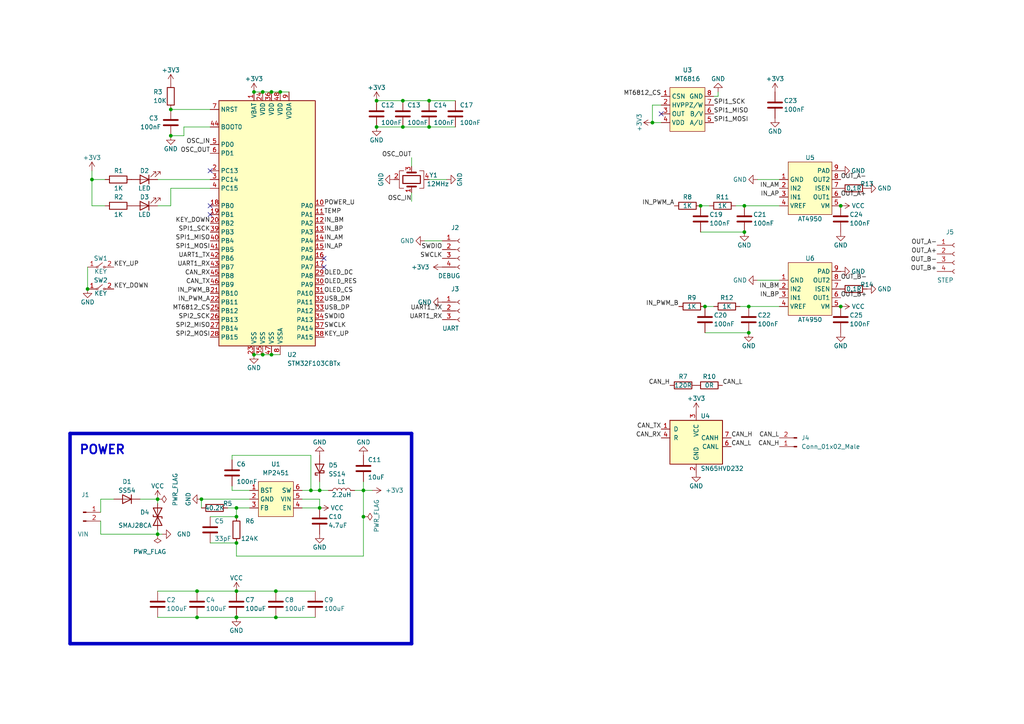
<source format=kicad_sch>
(kicad_sch (version 20211123) (generator eeschema)
  (paper "A4")
  (lib_symbols
    (symbol "Connector:Conn_01x02_Male" (pin_names (offset 1.016) hide)
      (property "Reference" "J" (at 0 2.54 0))
      (property "Value" "Conn_01x02_Male" (at 0 -5.08 0))
      (symbol "Conn_01x02_Male_1_1"
        (polyline (pts (xy 1.27 -2.54) (xy 0.8636 -2.54)) (stroke (width 0.1524)))
        (polyline (pts (xy 1.27 0) (xy 0.8636 0)) (stroke (width 0.1524)))
        (rectangle (start 0.8636 -2.413) (end 0 -2.667) (stroke (width 0.1524)) (fill (type outline)))
        (rectangle (start 0.8636 0.127) (end 0 -0.127) (stroke (width 0.1524)) (fill (type outline)))
        (pin passive line (at 5.08 0 180) (length 3.81) (name "Pin_1") (number "1"))
        (pin passive line (at 5.08 -2.54 180) (length 3.81) (name "Pin_2") (number "2"))
      )
    )
    (symbol "Connector:Conn_01x03_Female" (pin_names (offset 1.016) hide)
      (property "Reference" "J" (at 0 5.08 0))
      (property "Value" "Conn_01x03_Female" (at 0 -5.08 0))
      (symbol "Conn_01x03_Female_1_1"
        (arc (start 0 -2.032) (mid -0.508 -2.54) (end 0 -3.048) (stroke (width 0.1524)))
        (polyline (pts (xy -1.27 -2.54) (xy -0.508 -2.54)) (stroke (width 0.1524)))
        (polyline (pts (xy -1.27 0) (xy -0.508 0)) (stroke (width 0.1524)))
        (polyline (pts (xy -1.27 2.54) (xy -0.508 2.54)) (stroke (width 0.1524)))
        (arc (start 0 0.508) (mid -0.508 0) (end 0 -0.508) (stroke (width 0.1524)))
        (arc (start 0 3.048) (mid -0.508 2.54) (end 0 2.032) (stroke (width 0.1524)))
        (pin passive line (at -5.08 2.54 0) (length 3.81) (name "Pin_1") (number "1"))
        (pin passive line (at -5.08 0 0) (length 3.81) (name "Pin_2") (number "2"))
        (pin passive line (at -5.08 -2.54 0) (length 3.81) (name "Pin_3") (number "3"))
      )
    )
    (symbol "Connector:Conn_01x04_Female" (pin_names (offset 1.016) hide)
      (property "Reference" "J" (at 0 5.08 0))
      (property "Value" "Conn_01x04_Female" (at 0 -7.62 0))
      (symbol "Conn_01x04_Female_1_1"
        (arc (start 0 -4.572) (mid -0.508 -5.08) (end 0 -5.588) (stroke (width 0.1524)))
        (arc (start 0 -2.032) (mid -0.508 -2.54) (end 0 -3.048) (stroke (width 0.1524)))
        (polyline (pts (xy -1.27 -5.08) (xy -0.508 -5.08)) (stroke (width 0.1524)))
        (polyline (pts (xy -1.27 -2.54) (xy -0.508 -2.54)) (stroke (width 0.1524)))
        (polyline (pts (xy -1.27 0) (xy -0.508 0)) (stroke (width 0.1524)))
        (polyline (pts (xy -1.27 2.54) (xy -0.508 2.54)) (stroke (width 0.1524)))
        (arc (start 0 0.508) (mid -0.508 0) (end 0 -0.508) (stroke (width 0.1524)))
        (arc (start 0 3.048) (mid -0.508 2.54) (end 0 2.032) (stroke (width 0.1524)))
        (pin passive line (at -5.08 2.54 0) (length 3.81) (name "Pin_1") (number "1"))
        (pin passive line (at -5.08 0 0) (length 3.81) (name "Pin_2") (number "2"))
        (pin passive line (at -5.08 -2.54 0) (length 3.81) (name "Pin_3") (number "3"))
        (pin passive line (at -5.08 -5.08 0) (length 3.81) (name "Pin_4") (number "4"))
      )
    )
    (symbol "Del_Schlib:AT4950"
      (property "Reference" "U" (at 0 1.27 0))
      (property "Value" "AT4950" (at 8.89 1.27 0))
      (symbol "AT4950_0_1"
        (rectangle (start 0 0) (end 12.7 -15.24) (fill (type background)))
      )
      (symbol "AT4950_1_1"
        (pin power_in line (at -2.54 -5.08 0) (length 2.54) (name "GND") (number "1"))
        (pin input line (at -2.54 -7.62 0) (length 2.54) (name "IN2") (number "2"))
        (pin input line (at -2.54 -10.16 0) (length 2.54) (name "IN1") (number "3"))
        (pin input line (at -2.54 -12.7 0) (length 2.54) (name "VREF") (number "4"))
        (pin power_in line (at 15.24 -12.7 180) (length 2.54) (name "VM") (number "5"))
        (pin output line (at 15.24 -10.16 180) (length 2.54) (name "OUT1") (number "6"))
        (pin output line (at 15.24 -7.62 180) (length 2.54) (name "ISEN") (number "7"))
        (pin output line (at 15.24 -5.08 180) (length 2.54) (name "OUT2") (number "8"))
        (pin power_in line (at 15.24 -2.54 180) (length 2.54) (name "PAD") (number "9"))
      )
    )
    (symbol "Del_Schlib:KEY" (pin_names hide)
      (property "Reference" "SW" (at -1.27 1.27 0))
      (property "Value" "KEY" (at 3.81 1.27 0))
      (symbol "KEY_0_1"
        (polyline (pts (xy 0.508 0.254) (xy 1.778 1.27)))
        (circle (center 0.254 0) (radius 0.254))
        (circle (center 2.286 0) (radius 0.254))
      )
      (symbol "KEY_1_1"
        (pin passive line (at -2.54 0 0) (length 2.54) (name "A") (number "1"))
        (pin passive line (at 5.08 0 180) (length 2.54) (name "B") (number "2"))
      )
    )
    (symbol "Del_Schlib:MP2451"
      (property "Reference" "U" (at 0 1.27 0))
      (property "Value" "MP2451" (at 6.35 1.27 0))
      (symbol "MP2451_0_1"
        (rectangle (start 0 0) (end 10.16 -10.16) (fill (type background)))
      )
      (symbol "MP2451_1_1"
        (pin bidirectional line (at -2.54 -2.54 0) (length 2.54) (name "BST") (number "1"))
        (pin power_in line (at -2.54 -5.08 0) (length 2.54) (name "GND") (number "2"))
        (pin bidirectional line (at -2.54 -7.62 0) (length 2.54) (name "FB") (number "3"))
        (pin bidirectional line (at 12.7 -7.62 180) (length 2.54) (name "EN") (number "4"))
        (pin power_in line (at 12.7 -5.08 180) (length 2.54) (name "VIN") (number "5"))
        (pin bidirectional line (at 12.7 -2.54 180) (length 2.54) (name "SW") (number "6"))
      )
    )
    (symbol "Del_Schlib:MT6816"
      (property "Reference" "U" (at 0 1.27 0))
      (property "Value" "MT6816" (at 7.62 1.27 0))
      (symbol "MT6816_0_1"
        (rectangle (start 0 0) (end 10.16 -12.7) (fill (type background)))
      )
      (symbol "MT6816_1_1"
        (pin input line (at -2.54 -2.54 0) (length 2.54) (name "CSN") (number "1"))
        (pin power_in line (at -2.54 -5.08 0) (length 2.54) (name "HVPP") (number "2"))
        (pin output line (at -2.54 -7.62 0) (length 2.54) (name "OUT") (number "3"))
        (pin power_in line (at -2.54 -10.16 0) (length 2.54) (name "VDD") (number "4"))
        (pin bidirectional line (at 12.7 -10.16 180) (length 2.54) (name "A/U") (number "5"))
        (pin bidirectional line (at 12.7 -7.62 180) (length 2.54) (name "B/V") (number "6"))
        (pin bidirectional line (at 12.7 -5.08 180) (length 2.54) (name "Z/W") (number "7"))
        (pin power_in line (at 12.7 -2.54 180) (length 2.54) (name "GND") (number "8"))
      )
    )
    (symbol "Device:C" (pin_numbers hide) (pin_names (offset 0.254))
      (property "Reference" "C" (at 0.635 2.54 0))
      (property "Value" "C" (at 0.635 -2.54 0))
      (symbol "C_0_1"
        (polyline (pts (xy -2.032 -0.762) (xy 2.032 -0.762)) (stroke (width 0.508)))
        (polyline (pts (xy -2.032 0.762) (xy 2.032 0.762)) (stroke (width 0.508)))
      )
      (symbol "C_1_1"
        (pin passive line (at 0 3.81 270) (length 2.794) (name "~") (number "1"))
        (pin passive line (at 0 -3.81 90) (length 2.794) (name "~") (number "2"))
      )
    )
    (symbol "Device:Crystal_GND24" (pin_names (offset 1.016) hide)
      (property "Reference" "Y" (at 3.175 5.08 0))
      (property "Value" "Crystal_GND24" (at 3.175 3.175 0))
      (symbol "Crystal_GND24_0_1"
        (rectangle (start -1.143 2.54) (end 1.143 -2.54) (stroke (width 0.3048)))
        (polyline (pts (xy -2.54 0) (xy -2.032 0)))
        (polyline (pts (xy -2.032 -1.27) (xy -2.032 1.27)) (stroke (width 0.508)))
        (polyline (pts (xy 0 -3.81) (xy 0 -3.556)))
        (polyline (pts (xy 0 3.556) (xy 0 3.81)))
        (polyline (pts (xy 2.032 -1.27) (xy 2.032 1.27)) (stroke (width 0.508)))
        (polyline (pts (xy 2.032 0) (xy 2.54 0)))
        (polyline (pts (xy -2.54 -2.286) (xy -2.54 -3.556) (xy 2.54 -3.556) (xy 2.54 -2.286)))
        (polyline (pts (xy -2.54 2.286) (xy -2.54 3.556) (xy 2.54 3.556) (xy 2.54 2.286)))
      )
      (symbol "Crystal_GND24_1_1"
        (pin passive line (at -3.81 0 0) (length 1.27) (name "1") (number "1"))
        (pin passive line (at 0 5.08 270) (length 1.27) (name "2") (number "2"))
        (pin passive line (at 3.81 0 180) (length 1.27) (name "3") (number "3"))
        (pin passive line (at 0 -5.08 90) (length 1.27) (name "4") (number "4"))
      )
    )
    (symbol "Device:D" (pin_numbers hide) (pin_names (offset 1.016) hide)
      (property "Reference" "D" (at 0 2.54 0))
      (property "Value" "D" (at 0 -2.54 0))
      (symbol "D_0_1"
        (polyline (pts (xy -1.27 1.27) (xy -1.27 -1.27)) (stroke (width 0.254)))
        (polyline (pts (xy 1.27 0) (xy -1.27 0)))
        (polyline (pts (xy 1.27 1.27) (xy 1.27 -1.27) (xy -1.27 0) (xy 1.27 1.27)) (stroke (width 0.254)))
      )
      (symbol "D_1_1"
        (pin passive line (at -3.81 0 0) (length 2.54) (name "K") (number "1"))
        (pin passive line (at 3.81 0 180) (length 2.54) (name "A") (number "2"))
      )
    )
    (symbol "Device:D_Schottky" (pin_numbers hide) (pin_names (offset 1.016) hide)
      (property "Reference" "D" (at 0 2.54 0))
      (property "Value" "D_Schottky" (at 0 -2.54 0))
      (symbol "D_Schottky_0_1"
        (polyline (pts (xy 1.27 0) (xy -1.27 0)))
        (polyline (pts (xy 1.27 1.27) (xy 1.27 -1.27) (xy -1.27 0) (xy 1.27 1.27)) (stroke (width 0.254)))
        (polyline (pts (xy -1.905 0.635) (xy -1.905 1.27) (xy -1.27 1.27) (xy -1.27 -1.27) (xy -0.635 -1.27) (xy -0.635 -0.635)) (stroke (width 0.254)))
      )
      (symbol "D_Schottky_1_1"
        (pin passive line (at -3.81 0 0) (length 2.54) (name "K") (number "1"))
        (pin passive line (at 3.81 0 180) (length 2.54) (name "A") (number "2"))
      )
    )
    (symbol "Device:D_TVS" (pin_numbers hide) (pin_names (offset 1.016) hide)
      (property "Reference" "D" (at 0 2.54 0))
      (property "Value" "D_TVS" (at 0 -2.54 0))
      (symbol "D_TVS_0_1"
        (polyline (pts (xy 1.27 0) (xy -1.27 0)))
        (polyline (pts (xy 0.508 1.27) (xy 0 1.27) (xy 0 -1.27) (xy -0.508 -1.27)) (stroke (width 0.254)))
        (polyline (pts (xy -2.54 1.27) (xy -2.54 -1.27) (xy 2.54 1.27) (xy 2.54 -1.27) (xy -2.54 1.27)) (stroke (width 0.254)))
      )
      (symbol "D_TVS_1_1"
        (pin passive line (at -3.81 0 0) (length 2.54) (name "A1") (number "1"))
        (pin passive line (at 3.81 0 180) (length 2.54) (name "A2") (number "2"))
      )
    )
    (symbol "Device:L" (pin_numbers hide) (pin_names (offset 1.016) hide)
      (property "Reference" "L" (at -1.27 0 90))
      (property "Value" "L" (at 1.905 0 90))
      (symbol "L_0_1"
        (arc (start 0 -2.54) (mid 0.635 -1.905) (end 0 -1.27))
        (arc (start 0 -1.27) (mid 0.635 -0.635) (end 0 0))
        (arc (start 0 0) (mid 0.635 0.635) (end 0 1.27))
        (arc (start 0 1.27) (mid 0.635 1.905) (end 0 2.54))
      )
      (symbol "L_1_1"
        (pin passive line (at 0 3.81 270) (length 1.27) (name "1") (number "1"))
        (pin passive line (at 0 -3.81 90) (length 1.27) (name "2") (number "2"))
      )
    )
    (symbol "Device:LED" (pin_numbers hide) (pin_names (offset 1.016) hide)
      (property "Reference" "D" (at 0 2.54 0))
      (property "Value" "LED" (at 0 -2.54 0))
      (symbol "LED_0_1"
        (polyline (pts (xy -1.27 -1.27) (xy -1.27 1.27)) (stroke (width 0.254)))
        (polyline (pts (xy -1.27 0) (xy 1.27 0)))
        (polyline (pts (xy 1.27 -1.27) (xy 1.27 1.27) (xy -1.27 0) (xy 1.27 -1.27)) (stroke (width 0.254)))
        (polyline (pts (xy -3.048 -0.762) (xy -4.572 -2.286) (xy -3.81 -2.286) (xy -4.572 -2.286) (xy -4.572 -1.524)))
        (polyline (pts (xy -1.778 -0.762) (xy -3.302 -2.286) (xy -2.54 -2.286) (xy -3.302 -2.286) (xy -3.302 -1.524)))
      )
      (symbol "LED_1_1"
        (pin passive line (at -3.81 0 0) (length 2.54) (name "K") (number "1"))
        (pin passive line (at 3.81 0 180) (length 2.54) (name "A") (number "2"))
      )
    )
    (symbol "Device:R" (pin_numbers hide) (pin_names (offset 0))
      (property "Reference" "R" (at 2.032 0 90))
      (property "Value" "R" (at 0 0 90))
      (symbol "R_0_1"
        (rectangle (start -1.016 -2.54) (end 1.016 2.54) (stroke (width 0.254)))
      )
      (symbol "R_1_1"
        (pin passive line (at 0 3.81 270) (length 1.27) (name "~") (number "1"))
        (pin passive line (at 0 -3.81 90) (length 1.27) (name "~") (number "2"))
      )
    )
    (symbol "Interface_CAN_LIN:SN65HVD232" (pin_names (offset 1.016))
      (property "Reference" "U" (at -2.54 10.16 0))
      (property "Value" "SN65HVD232" (at -2.54 7.62 0))
      (symbol "SN65HVD232_0_1"
        (rectangle (start -7.62 5.08) (end 7.62 -7.62) (stroke (width 0.254)) (fill (type background)))
      )
      (symbol "SN65HVD232_1_1"
        (pin input line (at -10.16 2.54 0) (length 2.54) (name "D") (number "1"))
        (pin power_in line (at 0 -10.16 90) (length 2.54) (name "GND") (number "2"))
        (pin power_in line (at 0 7.62 270) (length 2.54) (name "VCC") (number "3"))
        (pin output line (at -10.16 0 0) (length 2.54) (name "R") (number "4"))
        (pin no_connect line (at -10.16 -2.54 0) (length 2.54) hide (name "NC") (number "5"))
        (pin bidirectional line (at 10.16 -2.54 180) (length 2.54) (name "CANL") (number "6"))
        (pin bidirectional line (at 10.16 0 180) (length 2.54) (name "CANH") (number "7"))
        (pin no_connect line (at -10.16 -5.08 0) (length 2.54) hide (name "NC") (number "8"))
      )
    )
    (symbol "MCU_ST_STM32F1:STM32F103CBTx"
      (property "Reference" "U" (at -15.24 36.83 0))
      (property "Value" "STM32F103CBTx" (at 7.62 36.83 0))
      (symbol "STM32F103CBTx_0_1"
        (rectangle (start -15.24 -35.56) (end 12.7 35.56) (stroke (width 0.254)) (fill (type background)))
      )
      (symbol "STM32F103CBTx_1_1"
        (pin power_in line (at -5.08 38.1 270) (length 2.54) (name "VBAT") (number "1"))
        (pin bidirectional line (at 15.24 5.08 180) (length 2.54) (name "PA0") (number "10"))
        (pin bidirectional line (at 15.24 2.54 180) (length 2.54) (name "PA1") (number "11"))
        (pin bidirectional line (at 15.24 0 180) (length 2.54) (name "PA2") (number "12"))
        (pin bidirectional line (at 15.24 -2.54 180) (length 2.54) (name "PA3") (number "13"))
        (pin bidirectional line (at 15.24 -5.08 180) (length 2.54) (name "PA4") (number "14"))
        (pin bidirectional line (at 15.24 -7.62 180) (length 2.54) (name "PA5") (number "15"))
        (pin bidirectional line (at 15.24 -10.16 180) (length 2.54) (name "PA6") (number "16"))
        (pin bidirectional line (at 15.24 -12.7 180) (length 2.54) (name "PA7") (number "17"))
        (pin bidirectional line (at -17.78 5.08 0) (length 2.54) (name "PB0") (number "18"))
        (pin bidirectional line (at -17.78 2.54 0) (length 2.54) (name "PB1") (number "19"))
        (pin bidirectional line (at -17.78 15.24 0) (length 2.54) (name "PC13") (number "2"))
        (pin bidirectional line (at -17.78 0 0) (length 2.54) (name "PB2") (number "20"))
        (pin bidirectional line (at -17.78 -20.32 0) (length 2.54) (name "PB10") (number "21"))
        (pin bidirectional line (at -17.78 -22.86 0) (length 2.54) (name "PB11") (number "22"))
        (pin power_in line (at -5.08 -38.1 90) (length 2.54) (name "VSS") (number "23"))
        (pin power_in line (at -2.54 38.1 270) (length 2.54) (name "VDD") (number "24"))
        (pin bidirectional line (at -17.78 -25.4 0) (length 2.54) (name "PB12") (number "25"))
        (pin bidirectional line (at -17.78 -27.94 0) (length 2.54) (name "PB13") (number "26"))
        (pin bidirectional line (at -17.78 -30.48 0) (length 2.54) (name "PB14") (number "27"))
        (pin bidirectional line (at -17.78 -33.02 0) (length 2.54) (name "PB15") (number "28"))
        (pin bidirectional line (at 15.24 -15.24 180) (length 2.54) (name "PA8") (number "29"))
        (pin bidirectional line (at -17.78 12.7 0) (length 2.54) (name "PC14") (number "3"))
        (pin bidirectional line (at 15.24 -17.78 180) (length 2.54) (name "PA9") (number "30"))
        (pin bidirectional line (at 15.24 -20.32 180) (length 2.54) (name "PA10") (number "31"))
        (pin bidirectional line (at 15.24 -22.86 180) (length 2.54) (name "PA11") (number "32"))
        (pin bidirectional line (at 15.24 -25.4 180) (length 2.54) (name "PA12") (number "33"))
        (pin bidirectional line (at 15.24 -27.94 180) (length 2.54) (name "PA13") (number "34"))
        (pin power_in line (at -2.54 -38.1 90) (length 2.54) (name "VSS") (number "35"))
        (pin power_in line (at 0 38.1 270) (length 2.54) (name "VDD") (number "36"))
        (pin bidirectional line (at 15.24 -30.48 180) (length 2.54) (name "PA14") (number "37"))
        (pin bidirectional line (at 15.24 -33.02 180) (length 2.54) (name "PA15") (number "38"))
        (pin bidirectional line (at -17.78 -2.54 0) (length 2.54) (name "PB3") (number "39"))
        (pin bidirectional line (at -17.78 10.16 0) (length 2.54) (name "PC15") (number "4"))
        (pin bidirectional line (at -17.78 -5.08 0) (length 2.54) (name "PB4") (number "40"))
        (pin bidirectional line (at -17.78 -7.62 0) (length 2.54) (name "PB5") (number "41"))
        (pin bidirectional line (at -17.78 -10.16 0) (length 2.54) (name "PB6") (number "42"))
        (pin bidirectional line (at -17.78 -12.7 0) (length 2.54) (name "PB7") (number "43"))
        (pin input line (at -17.78 27.94 0) (length 2.54) (name "BOOT0") (number "44"))
        (pin bidirectional line (at -17.78 -15.24 0) (length 2.54) (name "PB8") (number "45"))
        (pin bidirectional line (at -17.78 -17.78 0) (length 2.54) (name "PB9") (number "46"))
        (pin power_in line (at 0 -38.1 90) (length 2.54) (name "VSS") (number "47"))
        (pin power_in line (at 2.54 38.1 270) (length 2.54) (name "VDD") (number "48"))
        (pin input line (at -17.78 22.86 0) (length 2.54) (name "PD0") (number "5"))
        (pin input line (at -17.78 20.32 0) (length 2.54) (name "PD1") (number "6"))
        (pin input line (at -17.78 33.02 0) (length 2.54) (name "NRST") (number "7"))
        (pin power_in line (at 2.54 -38.1 90) (length 2.54) (name "VSSA") (number "8"))
        (pin power_in line (at 5.08 38.1 270) (length 2.54) (name "VDDA") (number "9"))
      )
    )
    (symbol "power:+3.3V" (power) (pin_names (offset 0))
      (property "Value" "+3.3V" (at 0 3.556 0))
      (symbol "+3.3V_0_1"
        (polyline (pts (xy -0.762 1.27) (xy 0 2.54)))
        (polyline (pts (xy 0 0) (xy 0 2.54)))
        (polyline (pts (xy 0 2.54) (xy 0.762 1.27)))
      )
      (symbol "+3.3V_1_1"
        (pin power_in line (at 0 0 90) (length 0) hide (name "+3V3") (number "1"))
      )
    )
    (symbol "power:GND" (power) (pin_names (offset 0))
      (property "Value" "GND" (at 0 -3.81 0))
      (symbol "GND_0_1"
        (polyline (pts (xy 0 0) (xy 0 -1.27) (xy 1.27 -1.27) (xy 0 -2.54) (xy -1.27 -1.27) (xy 0 -1.27)))
      )
      (symbol "GND_1_1"
        (pin power_in line (at 0 0 270) (length 0) hide (name "GND") (number "1"))
      )
    )
    (symbol "power:PWR_FLAG" (power) (pin_numbers hide) (pin_names (offset 0) hide)
      (property "Value" "PWR_FLAG" (at 0 3.81 0))
      (symbol "PWR_FLAG_0_0"
        (pin power_out line (at 0 0 90) (length 0) (name "pwr") (number "1"))
      )
      (symbol "PWR_FLAG_0_1"
        (polyline (pts (xy 0 0) (xy 0 1.27) (xy -1.016 1.905) (xy 0 2.54) (xy 1.016 1.905) (xy 0 1.27)))
      )
    )
    (symbol "power:VCC" (power) (pin_names (offset 0))
      (property "Value" "VCC" (at 0 3.81 0))
      (symbol "VCC_0_1"
        (polyline (pts (xy -0.762 1.27) (xy 0 2.54)))
        (polyline (pts (xy 0 0) (xy 0 2.54)))
        (polyline (pts (xy 0 2.54) (xy 0.762 1.27)))
      )
      (symbol "VCC_1_1"
        (pin power_in line (at 0 0 90) (length 0) hide (name "VCC") (number "1"))
      )
    )
  )
  (junction (at 45.72 154.94))
  (junction (at 124.46 29.21))
  (junction (at 26.67 52.07))
  (junction (at 76.2 102.87))
  (junction (at 243.84 88.9))
  (junction (at 57.15 179.07))
  (junction (at 25.4 83.82))
  (junction (at 203.2 59.69))
  (junction (at 73.66 26.67))
  (junction (at 73.66 102.87))
  (junction (at 105.41 149.86))
  (junction (at 68.58 179.07))
  (junction (at 215.9 59.69))
  (junction (at 105.41 142.24))
  (junction (at 78.74 26.67))
  (junction (at 58.42 144.78))
  (junction (at 81.28 26.67))
  (junction (at 189.23 35.56))
  (junction (at 92.71 142.24))
  (junction (at 92.71 147.32))
  (junction (at 204.47 88.9))
  (junction (at 45.72 144.78))
  (junction (at 68.5631 179.07))
  (junction (at 68.58 149.86))
  (junction (at 217.17 96.52))
  (junction (at 80.01 179.07))
  (junction (at 49.53 39.37))
  (junction (at 90.17 142.24))
  (junction (at 217.17 88.9))
  (junction (at 80.01 171.45))
  (junction (at 68.58 171.45))
  (junction (at 76.2 26.67))
  (junction (at 78.74 102.87))
  (junction (at 49.53 31.75))
  (junction (at 124.46 36.83))
  (junction (at 57.15 171.45))
  (junction (at 243.84 59.69))
  (junction (at 116.84 29.21))
  (junction (at 109.22 29.21))
  (junction (at 68.58 147.32))
  (junction (at 116.84 36.83))
  (junction (at 109.22 36.83))
  (junction (at 68.58 157.48))
  (junction (at 215.9 67.31))
  (no_connect (at 60.96 62.23))
  (no_connect (at 60.96 59.69))
  (no_connect (at 93.98 77.47))
  (no_connect (at 60.96 49.53))
  (no_connect (at 93.98 74.93))
  (no_connect (at 191.77 33.02))
  (wire (pts (xy 68.58 157.48) (xy 68.58 161.29)))
  (wire (pts (xy 49.53 39.37) (xy 53.34 39.37)))
  (wire (pts (xy 92.71 144.78) (xy 92.71 147.32)))
  (wire (pts (xy 73.66 26.67) (xy 76.2 26.67)))
  (wire (pts (xy 49.53 31.75) (xy 60.96 31.75)))
  (wire (pts (xy 208.28 27.94) (xy 208.28 26.67)))
  (wire (pts (xy 215.9 59.69) (xy 226.06 59.69)))
  (wire (pts (xy 46.99 154.94) (xy 45.72 154.94)))
  (polyline (pts (xy 20.32 125.73) (xy 119.38 125.73)) (stroke (width 1.016) (type solid)))
  (wire (pts (xy 87.63 147.32) (xy 92.71 147.32)))
  (wire (pts (xy 189.23 30.48) (xy 189.23 35.56)))
  (wire (pts (xy 81.28 26.67) (xy 83.82 26.67)))
  (wire (pts (xy 116.84 29.21) (xy 124.46 29.21)))
  (wire (pts (xy 68.58 179.07) (xy 80.01 179.07)))
  (wire (pts (xy 60.96 149.86) (xy 68.58 149.86)))
  (wire (pts (xy 66.04 147.32) (xy 68.58 147.32)))
  (wire (pts (xy 67.31 133.35) (xy 67.31 132.08)))
  (wire (pts (xy 105.41 139.7) (xy 105.41 142.24)))
  (wire (pts (xy 123.19 69.85) (xy 128.27 69.85)))
  (wire (pts (xy 57.15 171.45) (xy 68.58 171.45)))
  (wire (pts (xy 26.67 52.07) (xy 26.67 59.69)))
  (wire (pts (xy 58.42 144.78) (xy 72.39 144.78)))
  (wire (pts (xy 204.47 88.9) (xy 207.01 88.9)))
  (wire (pts (xy 214.63 88.9) (xy 217.17 88.9)))
  (wire (pts (xy 90.17 132.08) (xy 90.17 142.24)))
  (wire (pts (xy 92.71 139.7) (xy 92.71 142.24)))
  (wire (pts (xy 30.48 59.69) (xy 26.67 59.69)))
  (wire (pts (xy 109.22 36.83) (xy 116.84 36.83)))
  (wire (pts (xy 207.01 27.94) (xy 208.28 27.94)))
  (wire (pts (xy 87.63 142.24) (xy 90.17 142.24)))
  (wire (pts (xy 78.74 102.87) (xy 81.28 102.87)))
  (wire (pts (xy 119.38 45.72) (xy 119.38 48.26)))
  (wire (pts (xy 219.71 52.07) (xy 226.06 52.07)))
  (wire (pts (xy 68.58 161.29) (xy 105.41 161.29)))
  (wire (pts (xy 119.38 55.88) (xy 119.38 58.42)))
  (wire (pts (xy 58.42 144.78) (xy 58.42 147.32)))
  (wire (pts (xy 25.4 77.47) (xy 25.4 83.82)))
  (wire (pts (xy 124.46 29.21) (xy 132.08 29.21)))
  (wire (pts (xy 78.74 26.67) (xy 81.28 26.67)))
  (wire (pts (xy 76.2 26.67) (xy 78.74 26.67)))
  (wire (pts (xy 29.21 148.59) (xy 29.21 144.78)))
  (wire (pts (xy 109.22 29.21) (xy 116.84 29.21)))
  (wire (pts (xy 26.67 52.07) (xy 26.67 49.53)))
  (wire (pts (xy 90.17 142.24) (xy 92.71 142.24)))
  (wire (pts (xy 189.23 35.56) (xy 191.77 35.56)))
  (polyline (pts (xy 20.32 125.73) (xy 20.32 186.69)) (stroke (width 1.016) (type solid)))
  (wire (pts (xy 191.77 30.48) (xy 189.23 30.48)))
  (wire (pts (xy 217.17 88.9) (xy 226.06 88.9)))
  (polyline (pts (xy 119.38 186.69) (xy 119.38 125.73)) (stroke (width 1.016) (type solid)))
  (wire (pts (xy 213.36 59.69) (xy 215.9 59.69)))
  (wire (pts (xy 124.46 36.83) (xy 132.08 36.83)))
  (wire (pts (xy 53.34 39.37) (xy 53.34 36.83)))
  (wire (pts (xy 67.31 132.08) (xy 90.17 132.08)))
  (polyline (pts (xy 20.32 186.69) (xy 119.38 186.69)) (stroke (width 1.016) (type solid)))
  (wire (pts (xy 45.72 52.07) (xy 60.96 52.07)))
  (wire (pts (xy 68.58 147.32) (xy 72.39 147.32)))
  (wire (pts (xy 57.15 179.07) (xy 68.5631 179.07)))
  (wire (pts (xy 92.71 142.24) (xy 95.25 142.24)))
  (wire (pts (xy 204.47 96.52) (xy 217.17 96.52)))
  (wire (pts (xy 29.21 154.94) (xy 45.72 154.94)))
  (wire (pts (xy 105.41 142.24) (xy 107.95 142.24)))
  (wire (pts (xy 102.87 142.24) (xy 105.41 142.24)))
  (wire (pts (xy 68.5631 179.07) (xy 68.58 179.07)))
  (wire (pts (xy 72.39 142.24) (xy 67.31 142.24)))
  (wire (pts (xy 29.21 151.13) (xy 29.21 154.94)))
  (wire (pts (xy 87.63 144.78) (xy 92.71 144.78)))
  (wire (pts (xy 45.72 146.05) (xy 45.72 144.78)))
  (wire (pts (xy 60.96 54.61) (xy 49.53 54.61)))
  (wire (pts (xy 60.96 157.48) (xy 68.58 157.48)))
  (wire (pts (xy 80.01 179.07) (xy 91.44 179.07)))
  (wire (pts (xy 49.53 54.61) (xy 49.53 59.69)))
  (wire (pts (xy 76.2 102.87) (xy 78.74 102.87)))
  (wire (pts (xy 105.41 149.86) (xy 105.41 142.24)))
  (wire (pts (xy 29.21 144.78) (xy 33.02 144.78)))
  (wire (pts (xy 219.71 81.28) (xy 226.06 81.28)))
  (wire (pts (xy 80.01 171.45) (xy 91.44 171.45)))
  (wire (pts (xy 124.46 52.07) (xy 129.54 52.07)))
  (wire (pts (xy 73.66 102.87) (xy 76.2 102.87)))
  (wire (pts (xy 203.2 59.69) (xy 205.74 59.69)))
  (wire (pts (xy 203.2 67.31) (xy 215.9 67.31)))
  (wire (pts (xy 45.72 179.07) (xy 57.15 179.07)))
  (wire (pts (xy 105.41 161.29) (xy 105.41 149.86)))
  (wire (pts (xy 49.53 59.69) (xy 45.72 59.69)))
  (wire (pts (xy 68.58 147.32) (xy 68.58 149.86)))
  (wire (pts (xy 45.72 154.94) (xy 45.72 153.67)))
  (wire (pts (xy 40.64 144.78) (xy 45.72 144.78)))
  (wire (pts (xy 30.48 52.07) (xy 26.67 52.07)))
  (wire (pts (xy 45.72 171.45) (xy 57.15 171.45)))
  (wire (pts (xy 67.31 142.24) (xy 67.31 140.97)))
  (wire (pts (xy 68.58 171.45) (xy 80.01 171.45)))
  (wire (pts (xy 53.34 36.83) (xy 60.96 36.83)))
  (wire (pts (xy 116.84 36.83) (xy 124.46 36.83)))
  (text "POWER" (at 22.86 132.08 0) (effects (font (size 2.54 2.54) bold) (justify left bottom)))
  (label "CAN_TX" (at 60.96 82.55 180))
  (label "CAN_L" (at 226.06 127 180))
  (label "UART1_TX" (at 60.96 74.93 180))
  (label "SWCLK" (at 128.27 74.93 180))
  (label "CAN_H" (at 226.06 129.54 180))
  (label "POWER_U" (at 93.98 59.69 0))
  (label "SPI1_MISO" (at 207.01 33.02 0))
  (label "CAN_TX" (at 191.77 124.46 180))
  (label "SPI1_SCK" (at 207.01 30.48 0))
  (label "USB_DM" (at 93.98 87.63 0))
  (label "OUT_A-" (at 243.84 52.07 0))
  (label "OSC_OUT" (at 119.38 45.72 180))
  (label "IN_AP" (at 226.06 57.15 180))
  (label "IN_PWM_B" (at 196.85 88.9 180))
  (label "SPI2_MOSI" (at 60.96 97.79 180))
  (label "KEY_UP" (at 33.02 77.47 0))
  (label "OUT_B-" (at 271.78 76.2 180))
  (label "SPI1_MISO" (at 60.96 69.85 180))
  (label "IN_AP" (at 93.98 72.39 0))
  (label "IN_AM" (at 93.98 69.85 0))
  (label "MT6812_CS" (at 60.96 90.17 180))
  (label "IN_PWM_A" (at 195.58 59.69 180))
  (label "SPI1_SCK" (at 60.96 67.31 180))
  (label "OSC_IN" (at 60.96 41.91 180))
  (label "IN_PWM_B" (at 60.96 85.09 180))
  (label "SPI1_MOSI" (at 207.01 35.56 0))
  (label "CAN_H" (at 194.31 111.76 180))
  (label "IN_AM" (at 226.06 54.61 180))
  (label "IN_BP" (at 93.98 67.31 0))
  (label "KEY_DOWN" (at 60.96 64.77 180))
  (label "UART1_RX" (at 60.96 77.47 180))
  (label "USB_DP" (at 93.98 90.17 0))
  (label "SWCLK" (at 93.98 95.25 0))
  (label "OUT_B+" (at 271.78 78.74 180))
  (label "UART1_TX" (at 128.27 90.17 180))
  (label "OUT_B+" (at 243.84 86.36 0))
  (label "IN_BM" (at 226.06 83.82 180))
  (label "SPI1_MOSI" (at 60.96 72.39 180))
  (label "CAN_RX" (at 191.77 127 180))
  (label "UART1_RX" (at 128.27 92.71 180))
  (label "KEY_DOWN" (at 33.02 83.82 0))
  (label "SPI2_MISO" (at 60.96 95.25 180))
  (label "MT6812_CS" (at 191.77 27.94 180))
  (label "IN_PWM_A" (at 60.96 87.63 180))
  (label "OUT_B-" (at 243.84 81.28 0))
  (label "OUT_A+" (at 271.78 73.66 180))
  (label "SWDIO" (at 93.98 92.71 0))
  (label "CAN_RX" (at 60.96 80.01 180))
  (label "OLED_DC" (at 93.98 80.01 0))
  (label "OSC_IN" (at 119.38 58.42 180))
  (label "OLED_RES" (at 93.98 82.55 0))
  (label "OLED_CS" (at 93.98 85.09 0))
  (label "CAN_L" (at 212.09 129.54 0))
  (label "IN_BM" (at 93.98 64.77 0))
  (label "IN_BP" (at 226.06 86.36 180))
  (label "CAN_L" (at 209.55 111.76 0))
  (label "OUT_A-" (at 271.78 71.12 180))
  (label "CAN_H" (at 212.09 127 0))
  (label "SWDIO" (at 128.27 72.39 180))
  (label "KEY_UP" (at 93.98 97.79 0))
  (label "OUT_A+" (at 243.84 57.15 0))
  (label "TEMP" (at 93.98 62.23 0))
  (label "SPI2_SCK" (at 60.96 92.71 180))
  (label "OSC_OUT" (at 60.96 44.45 180))
  (symbol (lib_id "power:VCC") (at 243.84 59.69 270) (unit 1)
    (property "Reference" "#PWR035" (effects hide))
    (property "Value" "VCC" (at 248.92 59.69 90))
  )
  (symbol (lib_id "Device:Crystal_GND24") (at 119.38 52.07 90) (unit 1)
    (property "Reference" "Y1" (at 125.73 50.8 90))
    (property "Value" "12MHz" (at 127 53.34 90))
    (property "Footprint" "Crystal:Crystal_SMD_3225-4Pin_3.2x2.5mm" (effects hide))
  )
  (symbol (lib_id "power:GND") (at 58.42 144.78 270) (unit 1)
    (property "Reference" "#PWR07" (effects hide))
    (property "Value" "GND" (at 54.61 144.78 0))
  )
  (symbol (lib_id "Device:D_TVS") (at 45.72 149.86 90) (unit 1)
    (property "Reference" "D4" (at 40.64 148.59 90) (effects (justify right)))
    (property "Value" "SMAJ28CA" (at 34.29 152.4 90) (effects (justify right)))
    (property "Footprint" "Diode_SMD:D_SMA" (effects hide))
  )
  (symbol (lib_id "Device:C") (at 91.44 175.26 0) (unit 1)
    (property "Reference" "C9" (at 93.98 173.99 0) (effects (justify left)))
    (property "Value" "100uF" (at 93.98 176.53 0) (effects (justify left)))
    (property "Footprint" "Capacitor_SMD:C_1210_3225Metric" (effects hide))
  )
  (symbol (lib_id "Device:R") (at 205.74 111.76 90) (unit 1)
    (property "Reference" "R10" (at 205.74 109.22 90))
    (property "Value" "0R" (at 205.74 111.76 90))
    (property "Footprint" "Resistor_SMD:R_0402_1005Metric" (effects hide))
  )
  (symbol (lib_id "Device:C") (at 243.84 92.71 0) (unit 1)
    (property "Reference" "C25" (at 246.38 91.44 0) (effects (justify left)))
    (property "Value" "100nF" (at 246.38 93.98 0) (effects (justify left)))
    (property "Footprint" "Capacitor_SMD:C_0603_1608Metric_Pad1.08x0.95mm_HandSolder" (effects hide))
  )
  (symbol (lib_id "Device:C") (at 92.71 151.13 0) (unit 1)
    (property "Reference" "C10" (at 95.25 149.86 0) (effects (justify left)))
    (property "Value" "4.7uF" (at 95.25 152.4 0) (effects (justify left)))
    (property "Footprint" "Capacitor_SMD:C_0603_1608Metric_Pad1.08x0.95mm_HandSolder" (effects hide))
  )
  (symbol (lib_id "Device:C") (at 45.72 175.26 0) (unit 1)
    (property "Reference" "C2" (at 48.26 173.99 0) (effects (justify left)))
    (property "Value" "100uF" (at 48.26 176.53 0) (effects (justify left)))
    (property "Footprint" "Capacitor_SMD:C_1210_3225Metric" (effects hide))
  )
  (symbol (lib_id "Del_Schlib:KEY") (at 27.94 77.47 0) (unit 1)
    (property "Reference" "SW1" (at 29.21 74.93 0))
    (property "Value" "KEY" (at 29.21 78.74 0))
    (property "Footprint" "ADel:SW_3x4" (effects hide))
  )
  (symbol (lib_id "power:GND") (at 114.3 52.07 270) (unit 1)
    (property "Reference" "#PWR019" (effects hide))
    (property "Value" "GND" (at 110.49 52.07 0))
  )
  (symbol (lib_id "Device:C") (at 80.01 175.26 0) (unit 1)
    (property "Reference" "C8" (at 82.55 173.99 0) (effects (justify left)))
    (property "Value" "100uF" (at 82.55 176.53 0) (effects (justify left)))
    (property "Footprint" "Capacitor_SMD:C_1210_3225Metric" (effects hide))
  )
  (symbol (lib_id "Device:D") (at 36.83 144.78 180) (unit 1)
    (property "Reference" "D1" (at 36.83 139.7 0))
    (property "Value" "SS54" (at 36.83 142.24 0))
    (property "Footprint" "Diode_SMD:D_SMA" (effects hide))
  )
  (symbol (lib_id "Device:LED") (at 41.91 52.07 180) (unit 1)
    (property "Reference" "D2" (at 41.91 49.53 0))
    (property "Value" "LED" (at 41.91 54.61 0))
    (property "Footprint" "LED_SMD:LED_0603_1608Metric_Pad1.05x0.95mm_HandSolder" (effects hide))
  )
  (symbol (lib_id "Device:C") (at 124.46 33.02 0) (unit 1)
    (property "Reference" "C14" (at 125.73 30.48 0) (effects (justify left)))
    (property "Value" "100nF" (at 125.73 35.56 0) (effects (justify left)))
    (property "Footprint" "Capacitor_SMD:C_0603_1608Metric_Pad1.08x0.95mm_HandSolder" (effects hide))
  )
  (symbol (lib_id "power:GND") (at 243.84 67.31 0) (unit 1)
    (property "Reference" "#PWR036" (effects hide))
    (property "Value" "GND" (at 243.84 71.12 0))
  )
  (symbol (lib_id "Device:R") (at 68.58 153.67 0) (unit 1)
    (property "Reference" "R6" (at 71.12 151.13 0) (effects (justify left)))
    (property "Value" "124K" (at 69.85 156.21 0) (effects (justify left)))
    (property "Footprint" "Resistor_SMD:R_0603_1608Metric_Pad0.98x0.95mm_HandSolder" (effects hide))
  )
  (symbol (lib_id "power:GND") (at 46.99 154.94 90) (unit 1)
    (property "Reference" "#PWR04" (effects hide))
    (property "Value" "GND" (at 53.34 154.94 90))
  )
  (symbol (lib_id "power:GND") (at 25.4 83.82 0) (unit 1)
    (property "Reference" "#PWR01" (effects hide))
    (property "Value" "GND" (at 25.4 87.63 0))
  )
  (symbol (lib_id "Del_Schlib:MP2451") (at 74.93 139.7 0) (unit 1)
    (property "Reference" "U1" (at 80.01 134.62 0))
    (property "Value" "MP2451" (at 80.01 137.16 0))
    (property "Footprint" "Package_TO_SOT_SMD:SOT-23-6" (effects hide))
  )
  (symbol (lib_id "Connector:Conn_01x03_Female") (at 133.35 90.17 0) (unit 1)
    (property "Reference" "J3" (at 130.81 83.82 0) (effects (justify left)))
    (property "Value" "UART" (at 128.27 95.25 0) (effects (justify left)))
    (property "Footprint" "Connector_JST:JST_SH_SM03B-SRSS-TB_1x03-1MP_P1.00mm_Horizontal" (effects hide))
  )
  (symbol (lib_id "Device:D_Schottky") (at 92.71 135.89 90) (unit 1)
    (property "Reference" "D5" (at 95.25 134.9374 90) (effects (justify right)))
    (property "Value" "SS14" (at 95.25 137.4774 90) (effects (justify right)))
    (property "Footprint" "Diode_SMD:D_SOD-323" (effects hide))
  )
  (symbol (lib_id "Device:R") (at 198.12 111.76 90) (unit 1)
    (property "Reference" "R7" (at 198.12 109.22 90))
    (property "Value" "120R" (at 198.12 111.76 90))
    (property "Footprint" "Resistor_SMD:R_0603_1608Metric_Pad0.98x0.95mm_HandSolder" (effects hide))
  )
  (symbol (lib_id "power:VCC") (at 68.58 171.45 0) (unit 1)
    (property "Reference" "#PWR09" (effects hide))
    (property "Value" "VCC" (at 68.58 167.64 0))
  )
  (symbol (lib_id "Device:R") (at 210.82 88.9 270) (unit 1)
    (property "Reference" "R12" (at 210.82 86.36 90))
    (property "Value" "1K" (at 210.82 88.9 90))
    (property "Footprint" "Resistor_SMD:R_0603_1608Metric_Pad0.98x0.95mm_HandSolder" (effects hide))
  )
  (symbol (lib_id "power:GND") (at 243.84 49.53 90) (unit 1)
    (property "Reference" "#PWR034" (effects hide))
    (property "Value" "GND" (at 248.92 49.53 90))
  )
  (symbol (lib_id "Del_Schlib:AT4950") (at 228.6 46.99 0) (unit 1)
    (property "Reference" "U5" (at 234.95 45.72 0))
    (property "Value" "AT4950" (at 234.95 63.5 0))
    (property "Footprint" "ADel:ESOP8L" (effects hide))
  )
  (symbol (lib_id "MCU_ST_STM32F1:STM32F103CBTx") (at 78.74 64.77 0) (unit 1)
    (property "Reference" "U2" (at 83.2994 102.87 0) (effects (justify left)))
    (property "Value" "STM32F103CBTx" (at 83.2994 105.41 0) (effects (justify left)))
    (property "Footprint" "Package_QFP:LQFP-48_7x7mm_P0.5mm" (effects hide))
    (property "Datasheet" "http://www.st.com/st-web-ui/static/active/en/resource/technical/document/datasheet/CD00161566.pdf" (effects hide))
  )
  (symbol (lib_id "power:GND") (at 49.53 39.37 0) (unit 1)
    (property "Reference" "#PWR06" (effects hide))
    (property "Value" "GND" (at 49.53 43.18 0))
  )
  (symbol (lib_id "Device:C") (at 105.41 135.89 180) (unit 1)
    (property "Reference" "C11" (at 106.68 133.35 0) (effects (justify right)))
    (property "Value" "10uF" (at 106.68 138.43 0) (effects (justify right)))
    (property "Footprint" "Capacitor_SMD:C_0603_1608Metric_Pad1.08x0.95mm_HandSolder" (effects hide))
  )
  (symbol (lib_id "Del_Schlib:AT4950") (at 228.6 76.2 0) (unit 1)
    (property "Reference" "U6" (at 234.95 74.93 0))
    (property "Value" "AT4950" (at 234.95 92.71 0))
    (property "Footprint" "ADel:ESOP8L" (effects hide))
  )
  (symbol (lib_id "power:GND") (at 129.54 52.07 90) (unit 1)
    (property "Reference" "#PWR023" (effects hide))
    (property "Value" "GND" (at 133.35 52.07 0))
  )
  (symbol (lib_id "Device:R") (at 209.55 59.69 270) (unit 1)
    (property "Reference" "R11" (at 209.55 57.15 90))
    (property "Value" "1K" (at 209.55 59.69 90))
    (property "Footprint" "Resistor_SMD:R_0603_1608Metric_Pad0.98x0.95mm_HandSolder" (effects hide))
  )
  (symbol (lib_id "power:PWR_FLAG") (at 45.72 144.78 270) (unit 1)
    (property "Reference" "#FLG01" (effects hide))
    (property "Value" "PWR_FLAG" (at 50.8 137.16 0) (effects (justify left)))
  )
  (symbol (lib_id "Device:C") (at 224.79 30.48 0) (unit 1)
    (property "Reference" "C23" (at 227.33 29.21 0) (effects (justify left)))
    (property "Value" "100nF" (at 227.33 31.75 0) (effects (justify left)))
    (property "Footprint" "Capacitor_SMD:C_0603_1608Metric_Pad1.08x0.95mm_HandSolder" (effects hide))
  )
  (symbol (lib_id "Device:C") (at 132.08 33.02 0) (unit 1)
    (property "Reference" "C17" (at 133.35 30.48 0) (effects (justify left)))
    (property "Value" "100nF" (at 133.35 35.56 0) (effects (justify left)))
    (property "Footprint" "Capacitor_SMD:C_0603_1608Metric_Pad1.08x0.95mm_HandSolder" (effects hide))
  )
  (symbol (lib_id "power:PWR_FLAG") (at 105.41 149.86 270) (unit 1)
    (property "Reference" "#FLG03" (effects hide))
    (property "Value" "PWR_FLAG" (at 109.22 144.78 0) (effects (justify left)))
  )
  (symbol (lib_id "Device:C") (at 203.2 63.5 0) (unit 1)
    (property "Reference" "C19" (at 205.74 62.23 0) (effects (justify left)))
    (property "Value" "100nF" (at 205.74 64.77 0) (effects (justify left)))
    (property "Footprint" "Capacitor_SMD:C_0603_1608Metric_Pad1.08x0.95mm_HandSolder" (effects hide))
  )
  (symbol (lib_id "power:VCC") (at 243.84 88.9 270) (unit 1)
    (property "Reference" "#PWR038" (effects hide))
    (property "Value" "VCC" (at 248.92 88.9 90))
  )
  (symbol (lib_id "power:+3.3V") (at 201.93 119.38 0) (unit 1)
    (property "Reference" "#PWR025" (effects hide))
    (property "Value" "+3.3V" (at 201.93 115.57 0))
  )
  (symbol (lib_id "Device:C") (at 204.47 92.71 0) (unit 1)
    (property "Reference" "C20" (at 207.01 91.44 0) (effects (justify left)))
    (property "Value" "100nF" (at 207.01 93.98 0) (effects (justify left)))
    (property "Footprint" "Capacitor_SMD:C_0603_1608Metric_Pad1.08x0.95mm_HandSolder" (effects hide))
  )
  (symbol (lib_id "power:GND") (at 73.66 102.87 0) (unit 1)
    (property "Reference" "#PWR011" (effects hide))
    (property "Value" "GND" (at 73.66 106.68 0))
  )
  (symbol (lib_id "power:GND") (at 219.71 81.28 270) (unit 1)
    (property "Reference" "#PWR031" (effects hide))
    (property "Value" "GND" (at 214.63 81.28 90))
  )
  (symbol (lib_id "power:GND") (at 105.41 132.08 180) (unit 1)
    (property "Reference" "#PWR015" (effects hide))
    (property "Value" "GND" (at 105.41 128.27 0))
  )
  (symbol (lib_id "Device:L") (at 99.06 142.24 90) (unit 1)
    (property "Reference" "L1" (at 99.06 139.7 90))
    (property "Value" "2.2uH" (at 99.06 143.51 90))
    (property "Footprint" "ADel:IND_CD32" (effects hide))
  )
  (symbol (lib_id "power:VCC") (at 45.72 144.78 0) (unit 1)
    (property "Reference" "#PWR03" (effects hide))
    (property "Value" "VCC" (at 45.72 140.97 0))
  )
  (symbol (lib_id "Device:R") (at 247.65 54.61 90) (unit 1)
    (property "Reference" "R13" (at 251.46 53.34 90))
    (property "Value" "0.1R" (at 247.65 54.61 90))
    (property "Footprint" "Resistor_SMD:R_1206_3216Metric" (effects hide))
  )
  (symbol (lib_id "power:GND") (at 224.79 34.29 0) (unit 1)
    (property "Reference" "#PWR033" (effects hide))
    (property "Value" "GND" (at 224.79 38.1 0))
  )
  (symbol (lib_id "power:+3.3V") (at 109.22 29.21 0) (unit 1)
    (property "Reference" "#PWR017" (effects hide))
    (property "Value" "+3.3V" (at 109.22 25.4 0))
  )
  (symbol (lib_id "power:GND") (at 92.71 132.08 180) (unit 1)
    (property "Reference" "#PWR012" (effects hide))
    (property "Value" "GND" (at 92.71 128.27 0))
  )
  (symbol (lib_id "power:+3.3V") (at 224.79 26.67 0) (unit 1)
    (property "Reference" "#PWR032" (effects hide))
    (property "Value" "+3.3V" (at 224.79 22.86 0))
  )
  (symbol (lib_id "Device:C") (at 49.53 35.56 0) (unit 1)
    (property "Reference" "C3" (at 43.18 34.29 0) (effects (justify left)))
    (property "Value" "100nF" (at 40.64 36.83 0) (effects (justify left)))
    (property "Footprint" "Capacitor_SMD:C_0603_1608Metric_Pad1.08x0.95mm_HandSolder" (effects hide))
  )
  (symbol (lib_id "Device:C") (at 109.22 33.02 0) (unit 1)
    (property "Reference" "C12" (at 110.49 30.48 0) (effects (justify left)))
    (property "Value" "100nF" (at 110.49 35.56 0) (effects (justify left)))
    (property "Footprint" "Capacitor_SMD:C_0603_1608Metric_Pad1.08x0.95mm_HandSolder" (effects hide))
  )
  (symbol (lib_id "Device:C") (at 116.84 33.02 0) (unit 1)
    (property "Reference" "C13" (at 118.11 30.48 0) (effects (justify left)))
    (property "Value" "100nF" (at 118.11 35.56 0) (effects (justify left)))
    (property "Footprint" "Capacitor_SMD:C_0603_1608Metric_Pad1.08x0.95mm_HandSolder" (effects hide))
  )
  (symbol (lib_id "power:GND") (at 243.84 78.74 90) (unit 1)
    (property "Reference" "#PWR037" (effects hide))
    (property "Value" "GND" (at 248.92 78.74 90))
  )
  (symbol (lib_id "power:+3.3V") (at 107.95 142.24 270) (unit 1)
    (property "Reference" "#PWR016" (effects hide))
    (property "Value" "+3.3V" (at 111.76 142.2399 90) (effects (justify left)))
  )
  (symbol (lib_id "power:+3.3V") (at 49.53 24.13 0) (unit 1)
    (property "Reference" "#PWR05" (effects hide))
    (property "Value" "+3.3V" (at 49.53 20.32 0))
  )
  (symbol (lib_id "power:+3.3V") (at 73.66 26.67 0) (unit 1)
    (property "Reference" "#PWR010" (effects hide))
    (property "Value" "+3.3V" (at 73.66 22.86 0))
  )
  (symbol (lib_id "power:GND") (at 109.22 36.83 0) (unit 1)
    (property "Reference" "#PWR018" (effects hide))
    (property "Value" "GND" (at 109.22 40.64 0))
  )
  (symbol (lib_id "Device:C") (at 67.31 137.16 0) (unit 1)
    (property "Reference" "C6" (at 68.58 134.62 0) (effects (justify left)))
    (property "Value" "100nF" (at 68.58 139.7 0) (effects (justify left)))
    (property "Footprint" "Capacitor_SMD:C_0603_1608Metric_Pad1.08x0.95mm_HandSolder" (effects hide))
  )
  (symbol (lib_id "power:+3.3V") (at 26.67 49.53 0) (unit 1)
    (property "Reference" "#PWR02" (effects hide))
    (property "Value" "+3.3V" (at 26.67 45.72 0))
  )
  (symbol (lib_id "power:GND") (at 219.71 52.07 270) (unit 1)
    (property "Reference" "#PWR030" (effects hide))
    (property "Value" "GND" (at 214.63 52.07 90))
  )
  (symbol (lib_id "power:GND") (at 208.28 26.67 180) (unit 1)
    (property "Reference" "#PWR027" (effects hide))
    (property "Value" "GND" (at 208.28 22.86 0))
  )
  (symbol (lib_id "power:VCC") (at 92.71 147.32 270) (unit 1)
    (property "Reference" "#PWR013" (effects hide))
    (property "Value" "VCC" (at 97.79 147.32 90))
  )
  (symbol (lib_id "power:PWR_FLAG") (at 45.72 154.94 180) (unit 1)
    (property "Reference" "#FLG02" (effects hide))
    (property "Value" "PWR_FLAG" (at 48.26 160.02 0) (effects (justify left)))
  )
  (symbol (lib_id "power:+3.3V") (at 128.27 77.47 90) (unit 1)
    (property "Reference" "#PWR021" (effects hide))
    (property "Value" "+3.3V" (at 121.92 77.47 90))
  )
  (symbol (lib_id "Device:C") (at 215.9 63.5 0) (unit 1)
    (property "Reference" "C21" (at 218.44 62.23 0) (effects (justify left)))
    (property "Value" "100nF" (at 218.44 64.77 0) (effects (justify left)))
    (property "Footprint" "Capacitor_SMD:C_0603_1608Metric_Pad1.08x0.95mm_HandSolder" (effects hide))
  )
  (symbol (lib_id "Device:R") (at 34.29 52.07 270) (unit 1)
    (property "Reference" "R1" (at 33.02 49.53 90) (effects (justify left)))
    (property "Value" "1K" (at 33.02 54.61 90) (effects (justify left)))
    (property "Footprint" "Resistor_SMD:R_0603_1608Metric_Pad0.98x0.95mm_HandSolder" (effects hide))
  )
  (symbol (lib_id "Del_Schlib:KEY") (at 27.94 83.82 0) (unit 1)
    (property "Reference" "SW2" (at 29.21 81.28 0))
    (property "Value" "KEY" (at 29.21 85.09 0))
    (property "Footprint" "ADel:SW_3x4" (effects hide))
  )
  (symbol (lib_id "Device:R") (at 199.39 59.69 270) (unit 1)
    (property "Reference" "R8" (at 199.39 57.15 90))
    (property "Value" "1K" (at 199.39 59.69 90))
    (property "Footprint" "Resistor_SMD:R_0603_1608Metric_Pad0.98x0.95mm_HandSolder" (effects hide))
  )
  (symbol (lib_id "power:GND") (at 251.46 83.82 90) (unit 1)
    (property "Reference" "#PWR042" (effects hide))
    (property "Value" "GND" (at 256.54 83.82 90))
  )
  (symbol (lib_id "Del_Schlib:MT6816") (at 194.31 25.4 0) (unit 1)
    (property "Reference" "U3" (at 199.39 20.32 0))
    (property "Value" "MT6816" (at 199.39 22.86 0))
    (property "Footprint" "ADel:SOP-8" (effects hide))
  )
  (symbol (lib_id "Connector:Conn_01x02_Male") (at 231.14 129.54 180) (unit 1)
    (property "Reference" "J4" (at 232.41 126.9999 0) (effects (justify right)))
    (property "Value" "Conn_01x02_Male" (at 232.41 129.5399 0) (effects (justify right)))
    (property "Footprint" "ADel:SH1.0_01x02P_WT" (effects hide))
  )
  (symbol (lib_id "power:GND") (at 215.9 67.31 0) (unit 1)
    (property "Reference" "#PWR028" (effects hide))
    (property "Value" "GND" (at 215.9 71.12 0))
  )
  (symbol (lib_id "Connector:Conn_01x02_Male") (at 24.13 148.59 0) (unit 1)
    (property "Reference" "J1" (at 24.765 143.51 0))
    (property "Value" "VIN" (at 24.13 154.94 0))
    (property "Footprint" "ADel:PH2.0mm-2P-WT" (effects hide))
  )
  (symbol (lib_id "Connector:Conn_01x04_Female") (at 133.35 72.39 0) (unit 1)
    (property "Reference" "J2" (at 130.81 66.04 0) (effects (justify left)))
    (property "Value" "DEBUG" (at 127 80.01 0) (effects (justify left)))
    (property "Footprint" "Connector_JST:JST_SH_SM04B-SRSS-TB_1x04-1MP_P1.00mm_Horizontal" (effects hide))
  )
  (symbol (lib_id "power:GND") (at 217.17 96.52 0) (unit 1)
    (property "Reference" "#PWR029" (effects hide))
    (property "Value" "GND" (at 217.17 100.33 0))
  )
  (symbol (lib_id "power:GND") (at 68.5631 179.07 0) (unit 1)
    (property "Reference" "#PWR08" (effects hide))
    (property "Value" "GND" (at 68.5631 182.88 0))
  )
  (symbol (lib_id "Device:R") (at 247.65 83.82 90) (unit 1)
    (property "Reference" "R14" (at 251.46 82.55 90))
    (property "Value" "0.1R" (at 247.65 83.82 90))
    (property "Footprint" "Resistor_SMD:R_1206_3216Metric" (effects hide))
  )
  (symbol (lib_id "power:GND") (at 92.71 154.94 0) (unit 1)
    (property "Reference" "#PWR014" (effects hide))
    (property "Value" "GND" (at 92.71 158.75 0))
  )
  (symbol (lib_id "power:GND") (at 128.27 87.63 270) (unit 1)
    (property "Reference" "#PWR022" (effects hide))
    (property "Value" "GND" (at 123.19 87.63 90))
  )
  (symbol (lib_id "Device:C") (at 243.84 63.5 0) (unit 1)
    (property "Reference" "C24" (at 246.38 62.23 0) (effects (justify left)))
    (property "Value" "100nF" (at 246.38 64.77 0) (effects (justify left)))
    (property "Footprint" "Capacitor_SMD:C_0603_1608Metric_Pad1.08x0.95mm_HandSolder" (effects hide))
  )
  (symbol (lib_id "Device:R") (at 49.53 27.94 0) (unit 1)
    (property "Reference" "R3" (at 44.45 26.67 0) (effects (justify left)))
    (property "Value" "10K" (at 44.45 29.21 0) (effects (justify left)))
    (property "Footprint" "Resistor_SMD:R_0603_1608Metric_Pad0.98x0.95mm_HandSolder" (effects hide))
  )
  (symbol (lib_id "power:+3.3V") (at 189.23 35.56 90) (unit 1)
    (property "Reference" "#PWR024" (effects hide))
    (property "Value" "+3.3V" (at 185.42 35.56 0))
  )
  (symbol (lib_id "Interface_CAN_LIN:SN65HVD232") (at 201.93 127 0) (unit 1)
    (property "Reference" "U4" (at 203.2 120.65 0) (effects (justify left)))
    (property "Value" "SN65HVD232" (at 203.2 135.89 0) (effects (justify left)))
    (property "Footprint" "Package_SO:SOIC-8_3.9x4.9mm_P1.27mm" (effects hide))
    (property "Datasheet" "http://www.ti.com/lit/ds/symlink/sn65hvd230.pdf" (effects hide))
  )
  (symbol (lib_id "Device:R") (at 62.23 147.32 90) (unit 1)
    (property "Reference" "R5" (at 66.04 146.05 90))
    (property "Value" "40.2K" (at 62.23 147.32 90))
    (property "Footprint" "Resistor_SMD:R_0603_1608Metric_Pad0.98x0.95mm_HandSolder" (effects hide))
  )
  (symbol (lib_id "Device:LED") (at 41.91 59.69 180) (unit 1)
    (property "Reference" "D3" (at 41.91 57.15 0))
    (property "Value" "LED" (at 41.91 62.23 0))
    (property "Footprint" "LED_SMD:LED_0603_1608Metric_Pad1.05x0.95mm_HandSolder" (effects hide))
  )
  (symbol (lib_id "power:GND") (at 251.46 54.61 90) (unit 1)
    (property "Reference" "#PWR041" (effects hide))
    (property "Value" "GND" (at 256.54 54.61 90))
  )
  (symbol (lib_id "Device:R") (at 200.66 88.9 270) (unit 1)
    (property "Reference" "R9" (at 200.66 86.36 90))
    (property "Value" "1K" (at 200.66 88.9 90))
    (property "Footprint" "Resistor_SMD:R_0603_1608Metric_Pad0.98x0.95mm_HandSolder" (effects hide))
  )
  (symbol (lib_id "Device:C") (at 57.15 175.26 0) (unit 1)
    (property "Reference" "C4" (at 59.69 173.99 0) (effects (justify left)))
    (property "Value" "100uF" (at 59.69 176.53 0) (effects (justify left)))
    (property "Footprint" "Capacitor_SMD:C_1210_3225Metric" (effects hide))
  )
  (symbol (lib_id "Device:C") (at 60.96 153.67 0) (unit 1)
    (property "Reference" "C5" (at 62.23 151.13 0) (effects (justify left)))
    (property "Value" "33pF" (at 62.23 156.21 0) (effects (justify left)))
    (property "Footprint" "Capacitor_SMD:C_0603_1608Metric_Pad1.08x0.95mm_HandSolder" (effects hide))
  )
  (symbol (lib_id "Device:R") (at 34.29 59.69 270) (unit 1)
    (property "Reference" "R2" (at 33.02 57.15 90) (effects (justify left)))
    (property "Value" "1K" (at 33.02 62.23 90) (effects (justify left)))
    (property "Footprint" "Resistor_SMD:R_0603_1608Metric_Pad0.98x0.95mm_HandSolder" (effects hide))
  )
  (symbol (lib_id "power:GND") (at 201.93 137.16 0) (unit 1)
    (property "Reference" "#PWR026" (effects hide))
    (property "Value" "GND" (at 201.93 140.97 0))
  )
  (symbol (lib_id "Device:C") (at 217.17 92.71 0) (unit 1)
    (property "Reference" "C22" (at 219.71 91.44 0) (effects (justify left)))
    (property "Value" "100nF" (at 219.71 93.98 0) (effects (justify left)))
    (property "Footprint" "Capacitor_SMD:C_0603_1608Metric_Pad1.08x0.95mm_HandSolder" (effects hide))
  )
  (symbol (lib_id "power:GND") (at 243.84 96.52 0) (unit 1)
    (property "Reference" "#PWR039" (effects hide))
    (property "Value" "GND" (at 243.84 100.33 0))
  )
  (symbol (lib_id "Device:C") (at 68.58 175.26 0) (unit 1)
    (property "Reference" "C7" (at 71.12 173.99 0) (effects (justify left)))
    (property "Value" "100uF" (at 71.12 176.53 0) (effects (justify left)))
    (property "Footprint" "Capacitor_SMD:C_1210_3225Metric" (effects hide))
  )
  (symbol (lib_id "Connector:Conn_01x04_Female") (at 276.86 73.66 0) (unit 1)
    (property "Reference" "J5" (at 274.32 67.31 0) (effects (justify left)))
    (property "Value" "STEP" (at 271.78 81.28 0) (effects (justify left)))
    (property "Footprint" "ADel:PH2.0mm-4P-WT" (effects hide))
  )
  (symbol (lib_id "power:GND") (at 123.19 69.85 270) (unit 1)
    (property "Reference" "#PWR020" (effects hide))
    (property "Value" "GND" (at 118.11 69.85 90))
  )
)
</source>
